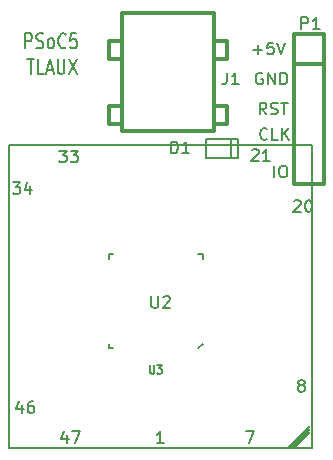
<source format=gto>
G04 #@! TF.GenerationSoftware,KiCad,Pcbnew,(6.0.0-rc1-dev-1386-g1c99784e9)*
G04 #@! TF.CreationDate,2018-12-20T11:02:25-05:00
G04 #@! TF.ProjectId,TLAUX_Adapter_PSOC5,544c4155-585f-4416-9461-707465725f50,rev?*
G04 #@! TF.SameCoordinates,Original*
G04 #@! TF.FileFunction,Legend,Top*
G04 #@! TF.FilePolarity,Positive*
%FSLAX46Y46*%
G04 Gerber Fmt 4.6, Leading zero omitted, Abs format (unit mm)*
G04 Created by KiCad (PCBNEW (6.0.0-rc1-dev-1386-g1c99784e9)) date 12/20/2018 11:02:25 AM*
%MOMM*%
%LPD*%
G04 APERTURE LIST*
%ADD10C,0.150000*%
%ADD11C,0.304800*%
%ADD12C,0.203200*%
%ADD13C,0.127000*%
%ADD14C,0.195580*%
G04 APERTURE END LIST*
D10*
X140962333Y-80584523D02*
X140962333Y-79314523D01*
X141343285Y-79314523D01*
X141438523Y-79375000D01*
X141486142Y-79435476D01*
X141533761Y-79556428D01*
X141533761Y-79737857D01*
X141486142Y-79858809D01*
X141438523Y-79919285D01*
X141343285Y-79979761D01*
X140962333Y-79979761D01*
X141914714Y-80524047D02*
X142057571Y-80584523D01*
X142295666Y-80584523D01*
X142390904Y-80524047D01*
X142438523Y-80463571D01*
X142486142Y-80342619D01*
X142486142Y-80221666D01*
X142438523Y-80100714D01*
X142390904Y-80040238D01*
X142295666Y-79979761D01*
X142105190Y-79919285D01*
X142009952Y-79858809D01*
X141962333Y-79798333D01*
X141914714Y-79677380D01*
X141914714Y-79556428D01*
X141962333Y-79435476D01*
X142009952Y-79375000D01*
X142105190Y-79314523D01*
X142343285Y-79314523D01*
X142486142Y-79375000D01*
X143057571Y-80584523D02*
X142962333Y-80524047D01*
X142914714Y-80463571D01*
X142867095Y-80342619D01*
X142867095Y-79979761D01*
X142914714Y-79858809D01*
X142962333Y-79798333D01*
X143057571Y-79737857D01*
X143200428Y-79737857D01*
X143295666Y-79798333D01*
X143343285Y-79858809D01*
X143390904Y-79979761D01*
X143390904Y-80342619D01*
X143343285Y-80463571D01*
X143295666Y-80524047D01*
X143200428Y-80584523D01*
X143057571Y-80584523D01*
X144390904Y-80463571D02*
X144343285Y-80524047D01*
X144200428Y-80584523D01*
X144105190Y-80584523D01*
X143962333Y-80524047D01*
X143867095Y-80403095D01*
X143819476Y-80282142D01*
X143771857Y-80040238D01*
X143771857Y-79858809D01*
X143819476Y-79616904D01*
X143867095Y-79495952D01*
X143962333Y-79375000D01*
X144105190Y-79314523D01*
X144200428Y-79314523D01*
X144343285Y-79375000D01*
X144390904Y-79435476D01*
X145295666Y-79314523D02*
X144819476Y-79314523D01*
X144771857Y-79919285D01*
X144819476Y-79858809D01*
X144914714Y-79798333D01*
X145152809Y-79798333D01*
X145248047Y-79858809D01*
X145295666Y-79919285D01*
X145343285Y-80040238D01*
X145343285Y-80342619D01*
X145295666Y-80463571D01*
X145248047Y-80524047D01*
X145152809Y-80584523D01*
X144914714Y-80584523D01*
X144819476Y-80524047D01*
X144771857Y-80463571D01*
X162036190Y-91511380D02*
X162036190Y-90511380D01*
X162702857Y-90511380D02*
X162893333Y-90511380D01*
X162988571Y-90559000D01*
X163083809Y-90654238D01*
X163131428Y-90844714D01*
X163131428Y-91178047D01*
X163083809Y-91368523D01*
X162988571Y-91463761D01*
X162893333Y-91511380D01*
X162702857Y-91511380D01*
X162607619Y-91463761D01*
X162512380Y-91368523D01*
X162464761Y-91178047D01*
X162464761Y-90844714D01*
X162512380Y-90654238D01*
X162607619Y-90559000D01*
X162702857Y-90511380D01*
X161456761Y-88241142D02*
X161409142Y-88288761D01*
X161266285Y-88336380D01*
X161171047Y-88336380D01*
X161028190Y-88288761D01*
X160932952Y-88193523D01*
X160885333Y-88098285D01*
X160837714Y-87907809D01*
X160837714Y-87764952D01*
X160885333Y-87574476D01*
X160932952Y-87479238D01*
X161028190Y-87384000D01*
X161171047Y-87336380D01*
X161266285Y-87336380D01*
X161409142Y-87384000D01*
X161456761Y-87431619D01*
X162361523Y-88336380D02*
X161885333Y-88336380D01*
X161885333Y-87336380D01*
X162694857Y-88336380D02*
X162694857Y-87336380D01*
X163266285Y-88336380D02*
X162837714Y-87764952D01*
X163266285Y-87336380D02*
X162694857Y-87907809D01*
X161377380Y-86177380D02*
X161044047Y-85701190D01*
X160805952Y-86177380D02*
X160805952Y-85177380D01*
X161186904Y-85177380D01*
X161282142Y-85225000D01*
X161329761Y-85272619D01*
X161377380Y-85367857D01*
X161377380Y-85510714D01*
X161329761Y-85605952D01*
X161282142Y-85653571D01*
X161186904Y-85701190D01*
X160805952Y-85701190D01*
X161758333Y-86129761D02*
X161901190Y-86177380D01*
X162139285Y-86177380D01*
X162234523Y-86129761D01*
X162282142Y-86082142D01*
X162329761Y-85986904D01*
X162329761Y-85891666D01*
X162282142Y-85796428D01*
X162234523Y-85748809D01*
X162139285Y-85701190D01*
X161948809Y-85653571D01*
X161853571Y-85605952D01*
X161805952Y-85558333D01*
X161758333Y-85463095D01*
X161758333Y-85367857D01*
X161805952Y-85272619D01*
X161853571Y-85225000D01*
X161948809Y-85177380D01*
X162186904Y-85177380D01*
X162329761Y-85225000D01*
X162615476Y-85177380D02*
X163186904Y-85177380D01*
X162901190Y-86177380D02*
X162901190Y-85177380D01*
X161036095Y-82685000D02*
X160940857Y-82637380D01*
X160798000Y-82637380D01*
X160655142Y-82685000D01*
X160559904Y-82780238D01*
X160512285Y-82875476D01*
X160464666Y-83065952D01*
X160464666Y-83208809D01*
X160512285Y-83399285D01*
X160559904Y-83494523D01*
X160655142Y-83589761D01*
X160798000Y-83637380D01*
X160893238Y-83637380D01*
X161036095Y-83589761D01*
X161083714Y-83542142D01*
X161083714Y-83208809D01*
X160893238Y-83208809D01*
X161512285Y-83637380D02*
X161512285Y-82637380D01*
X162083714Y-83637380D01*
X162083714Y-82637380D01*
X162559904Y-83637380D02*
X162559904Y-82637380D01*
X162798000Y-82637380D01*
X162940857Y-82685000D01*
X163036095Y-82780238D01*
X163083714Y-82875476D01*
X163131333Y-83065952D01*
X163131333Y-83208809D01*
X163083714Y-83399285D01*
X163036095Y-83494523D01*
X162940857Y-83589761D01*
X162798000Y-83637380D01*
X162559904Y-83637380D01*
X160258285Y-80716428D02*
X161020190Y-80716428D01*
X160639238Y-81097380D02*
X160639238Y-80335476D01*
X161972571Y-80097380D02*
X161496380Y-80097380D01*
X161448761Y-80573571D01*
X161496380Y-80525952D01*
X161591619Y-80478333D01*
X161829714Y-80478333D01*
X161924952Y-80525952D01*
X161972571Y-80573571D01*
X162020190Y-80668809D01*
X162020190Y-80906904D01*
X161972571Y-81002142D01*
X161924952Y-81049761D01*
X161829714Y-81097380D01*
X161591619Y-81097380D01*
X161496380Y-81049761D01*
X161448761Y-81002142D01*
X162305904Y-80097380D02*
X162639238Y-81097380D01*
X162972571Y-80097380D01*
X141136952Y-81473523D02*
X141708380Y-81473523D01*
X141422666Y-82743523D02*
X141422666Y-81473523D01*
X142517904Y-82743523D02*
X142041714Y-82743523D01*
X142041714Y-81473523D01*
X142803619Y-82380666D02*
X143279809Y-82380666D01*
X142708380Y-82743523D02*
X143041714Y-81473523D01*
X143375047Y-82743523D01*
X143708380Y-81473523D02*
X143708380Y-82501619D01*
X143756000Y-82622571D01*
X143803619Y-82683047D01*
X143898857Y-82743523D01*
X144089333Y-82743523D01*
X144184571Y-82683047D01*
X144232190Y-82622571D01*
X144279809Y-82501619D01*
X144279809Y-81473523D01*
X144660761Y-81473523D02*
X145327428Y-82743523D01*
X145327428Y-81473523D02*
X144660761Y-82743523D01*
X160147095Y-89209619D02*
X160194714Y-89162000D01*
X160289952Y-89114380D01*
X160528047Y-89114380D01*
X160623285Y-89162000D01*
X160670904Y-89209619D01*
X160718523Y-89304857D01*
X160718523Y-89400095D01*
X160670904Y-89542952D01*
X160099476Y-90114380D01*
X160718523Y-90114380D01*
X161670904Y-90114380D02*
X161099476Y-90114380D01*
X161385190Y-90114380D02*
X161385190Y-89114380D01*
X161289952Y-89257238D01*
X161194714Y-89352476D01*
X161099476Y-89400095D01*
X139906476Y-91908380D02*
X140525523Y-91908380D01*
X140192190Y-92289333D01*
X140335047Y-92289333D01*
X140430285Y-92336952D01*
X140477904Y-92384571D01*
X140525523Y-92479809D01*
X140525523Y-92717904D01*
X140477904Y-92813142D01*
X140430285Y-92860761D01*
X140335047Y-92908380D01*
X140049333Y-92908380D01*
X139954095Y-92860761D01*
X139906476Y-92813142D01*
X141382666Y-92241714D02*
X141382666Y-92908380D01*
X141144571Y-91860761D02*
X140906476Y-92575047D01*
X141525523Y-92575047D01*
X163703095Y-93527619D02*
X163750714Y-93480000D01*
X163845952Y-93432380D01*
X164084047Y-93432380D01*
X164179285Y-93480000D01*
X164226904Y-93527619D01*
X164274523Y-93622857D01*
X164274523Y-93718095D01*
X164226904Y-93860952D01*
X163655476Y-94432380D01*
X164274523Y-94432380D01*
X164893571Y-93432380D02*
X164988809Y-93432380D01*
X165084047Y-93480000D01*
X165131666Y-93527619D01*
X165179285Y-93622857D01*
X165226904Y-93813333D01*
X165226904Y-94051428D01*
X165179285Y-94241904D01*
X165131666Y-94337142D01*
X165084047Y-94384761D01*
X164988809Y-94432380D01*
X164893571Y-94432380D01*
X164798333Y-94384761D01*
X164750714Y-94337142D01*
X164703095Y-94241904D01*
X164655476Y-94051428D01*
X164655476Y-93813333D01*
X164703095Y-93622857D01*
X164750714Y-93527619D01*
X164798333Y-93480000D01*
X164893571Y-93432380D01*
X143843476Y-89241380D02*
X144462523Y-89241380D01*
X144129190Y-89622333D01*
X144272047Y-89622333D01*
X144367285Y-89669952D01*
X144414904Y-89717571D01*
X144462523Y-89812809D01*
X144462523Y-90050904D01*
X144414904Y-90146142D01*
X144367285Y-90193761D01*
X144272047Y-90241380D01*
X143986333Y-90241380D01*
X143891095Y-90193761D01*
X143843476Y-90146142D01*
X144795857Y-89241380D02*
X145414904Y-89241380D01*
X145081571Y-89622333D01*
X145224428Y-89622333D01*
X145319666Y-89669952D01*
X145367285Y-89717571D01*
X145414904Y-89812809D01*
X145414904Y-90050904D01*
X145367285Y-90146142D01*
X145319666Y-90193761D01*
X145224428Y-90241380D01*
X144938714Y-90241380D01*
X144843476Y-90193761D01*
X144795857Y-90146142D01*
X140684285Y-110783714D02*
X140684285Y-111450380D01*
X140446190Y-110402761D02*
X140208095Y-111117047D01*
X140827142Y-111117047D01*
X141636666Y-110450380D02*
X141446190Y-110450380D01*
X141350952Y-110498000D01*
X141303333Y-110545619D01*
X141208095Y-110688476D01*
X141160476Y-110878952D01*
X141160476Y-111259904D01*
X141208095Y-111355142D01*
X141255714Y-111402761D01*
X141350952Y-111450380D01*
X141541428Y-111450380D01*
X141636666Y-111402761D01*
X141684285Y-111355142D01*
X141731904Y-111259904D01*
X141731904Y-111021809D01*
X141684285Y-110926571D01*
X141636666Y-110878952D01*
X141541428Y-110831333D01*
X141350952Y-110831333D01*
X141255714Y-110878952D01*
X141208095Y-110926571D01*
X141160476Y-111021809D01*
X144494285Y-113323714D02*
X144494285Y-113990380D01*
X144256190Y-112942761D02*
X144018095Y-113657047D01*
X144637142Y-113657047D01*
X144922857Y-112990380D02*
X145589523Y-112990380D01*
X145160952Y-113990380D01*
X164242761Y-109100952D02*
X164147523Y-109053333D01*
X164099904Y-109005714D01*
X164052285Y-108910476D01*
X164052285Y-108862857D01*
X164099904Y-108767619D01*
X164147523Y-108720000D01*
X164242761Y-108672380D01*
X164433238Y-108672380D01*
X164528476Y-108720000D01*
X164576095Y-108767619D01*
X164623714Y-108862857D01*
X164623714Y-108910476D01*
X164576095Y-109005714D01*
X164528476Y-109053333D01*
X164433238Y-109100952D01*
X164242761Y-109100952D01*
X164147523Y-109148571D01*
X164099904Y-109196190D01*
X164052285Y-109291428D01*
X164052285Y-109481904D01*
X164099904Y-109577142D01*
X164147523Y-109624761D01*
X164242761Y-109672380D01*
X164433238Y-109672380D01*
X164528476Y-109624761D01*
X164576095Y-109577142D01*
X164623714Y-109481904D01*
X164623714Y-109291428D01*
X164576095Y-109196190D01*
X164528476Y-109148571D01*
X164433238Y-109100952D01*
X159686666Y-112990380D02*
X160353333Y-112990380D01*
X159924761Y-113990380D01*
X152685714Y-113990380D02*
X152114285Y-113990380D01*
X152400000Y-113990380D02*
X152400000Y-112990380D01*
X152304761Y-113133238D01*
X152209523Y-113228476D01*
X152114285Y-113276095D01*
D11*
X166243000Y-81915000D02*
X163703000Y-81915000D01*
X163703000Y-92075000D02*
X163703000Y-79375000D01*
X166243000Y-79375000D02*
X166243000Y-92075000D01*
X163703000Y-79375000D02*
X166243000Y-79375000D01*
X166243000Y-92075000D02*
X163703000Y-92075000D01*
D10*
X139573000Y-88773000D02*
X165227000Y-88773000D01*
X165227000Y-88773000D02*
X165227000Y-114427000D01*
X165227000Y-114427000D02*
X139573000Y-114427000D01*
X139573000Y-114427000D02*
X139573000Y-88773000D01*
X165100000Y-113030000D02*
X163830000Y-114300000D01*
X163576000Y-114300000D02*
X165100000Y-112776000D01*
X165100000Y-112522000D02*
X163322000Y-114300000D01*
X156019000Y-105581000D02*
X155619000Y-105981000D01*
X148419000Y-105981000D02*
X148019000Y-105981000D01*
X148019000Y-105981000D02*
X148019000Y-105581000D01*
X155619000Y-97981000D02*
X156019000Y-97981000D01*
X156019000Y-97981000D02*
X156019000Y-98381000D01*
X148419000Y-97981000D02*
X148019000Y-97981000D01*
X148019000Y-97981000D02*
X148019000Y-98381000D01*
X158957000Y-89827000D02*
X156257000Y-89827000D01*
X158957000Y-88227000D02*
X156257000Y-88227000D01*
X158957000Y-89827000D02*
X158957000Y-88227000D01*
X156257000Y-89827000D02*
X156257000Y-88227000D01*
X158357000Y-89827000D02*
X158357000Y-88227000D01*
D11*
X156933900Y-86954360D02*
X158036260Y-86954360D01*
X158036260Y-86954360D02*
X158036260Y-85453220D01*
X158036260Y-85453220D02*
X156933900Y-85453220D01*
X148033740Y-85450680D02*
X149136100Y-85450680D01*
X148033740Y-86951820D02*
X148033740Y-85450680D01*
X149136100Y-86951820D02*
X148033740Y-86951820D01*
X149136100Y-81450180D02*
X148033740Y-81450180D01*
X148033740Y-81450180D02*
X148033740Y-79949040D01*
X148033740Y-79949040D02*
X149136100Y-79949040D01*
X156933900Y-81450180D02*
X158036260Y-81450180D01*
X158036260Y-81450180D02*
X158036260Y-79949040D01*
X158036260Y-79949040D02*
X156933900Y-79949040D01*
X156933900Y-77548740D02*
X149136100Y-77548740D01*
X149136100Y-77548740D02*
X149136100Y-87551260D01*
X149136100Y-87551260D02*
X156933900Y-87551260D01*
X156933900Y-87551260D02*
X156933900Y-77548740D01*
D12*
X164350095Y-78945619D02*
X164350095Y-77929619D01*
X164737142Y-77929619D01*
X164833904Y-77978000D01*
X164882285Y-78026380D01*
X164930666Y-78123142D01*
X164930666Y-78268285D01*
X164882285Y-78365047D01*
X164833904Y-78413428D01*
X164737142Y-78461809D01*
X164350095Y-78461809D01*
X165898285Y-78945619D02*
X165317714Y-78945619D01*
X165608000Y-78945619D02*
X165608000Y-77929619D01*
X165511238Y-78074761D01*
X165414476Y-78171523D01*
X165317714Y-78219904D01*
D10*
X151638095Y-101552380D02*
X151638095Y-102361904D01*
X151685714Y-102457142D01*
X151733333Y-102504761D01*
X151828571Y-102552380D01*
X152019047Y-102552380D01*
X152114285Y-102504761D01*
X152161904Y-102457142D01*
X152209523Y-102361904D01*
X152209523Y-101552380D01*
X152638095Y-101647619D02*
X152685714Y-101600000D01*
X152780952Y-101552380D01*
X153019047Y-101552380D01*
X153114285Y-101600000D01*
X153161904Y-101647619D01*
X153209523Y-101742857D01*
X153209523Y-101838095D01*
X153161904Y-101980952D01*
X152590476Y-102552380D01*
X153209523Y-102552380D01*
D13*
X151535190Y-107363714D02*
X151535190Y-107980571D01*
X151565428Y-108053142D01*
X151595666Y-108089428D01*
X151656142Y-108125714D01*
X151777095Y-108125714D01*
X151837571Y-108089428D01*
X151867809Y-108053142D01*
X151898047Y-107980571D01*
X151898047Y-107363714D01*
X152139952Y-107363714D02*
X152533047Y-107363714D01*
X152321380Y-107654000D01*
X152412095Y-107654000D01*
X152472571Y-107690285D01*
X152502809Y-107726571D01*
X152533047Y-107799142D01*
X152533047Y-107980571D01*
X152502809Y-108053142D01*
X152472571Y-108089428D01*
X152412095Y-108125714D01*
X152230666Y-108125714D01*
X152170190Y-108089428D01*
X152139952Y-108053142D01*
D10*
X153312904Y-89479380D02*
X153312904Y-88479380D01*
X153551000Y-88479380D01*
X153693857Y-88527000D01*
X153789095Y-88622238D01*
X153836714Y-88717476D01*
X153884333Y-88907952D01*
X153884333Y-89050809D01*
X153836714Y-89241285D01*
X153789095Y-89336523D01*
X153693857Y-89431761D01*
X153551000Y-89479380D01*
X153312904Y-89479380D01*
X154836714Y-89479380D02*
X154265285Y-89479380D01*
X154551000Y-89479380D02*
X154551000Y-88479380D01*
X154455761Y-88622238D01*
X154360523Y-88717476D01*
X154265285Y-88765095D01*
D14*
X158036260Y-82638355D02*
X158036260Y-83351370D01*
X157988725Y-83493972D01*
X157893657Y-83589041D01*
X157751054Y-83636575D01*
X157655985Y-83636575D01*
X159034480Y-83636575D02*
X158464068Y-83636575D01*
X158749274Y-83636575D02*
X158749274Y-82638355D01*
X158654205Y-82780958D01*
X158559137Y-82876027D01*
X158464068Y-82923561D01*
M02*

</source>
